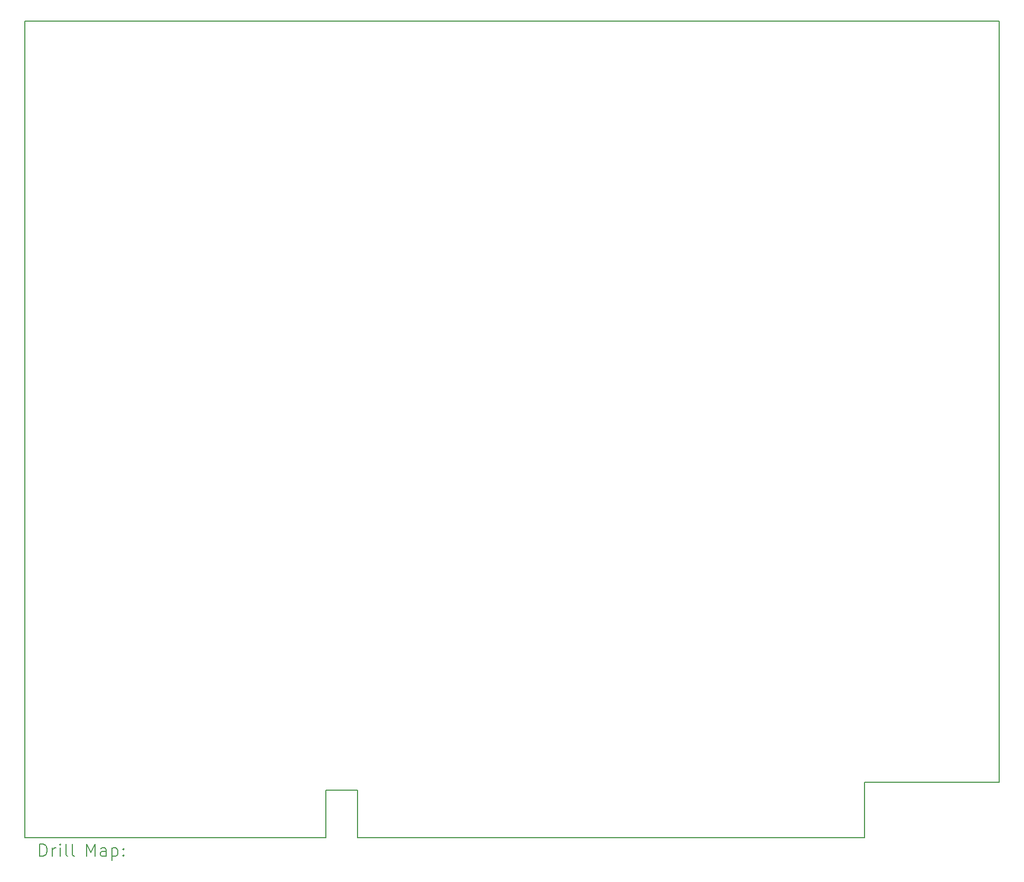
<source format=gbr>
%TF.GenerationSoftware,KiCad,Pcbnew,(7.0.0-0)*%
%TF.CreationDate,2023-03-28T15:20:06+02:00*%
%TF.ProjectId,PC104-ISA-Card,50433130-342d-4495-9341-2d436172642e,rev?*%
%TF.SameCoordinates,Original*%
%TF.FileFunction,Drillmap*%
%TF.FilePolarity,Positive*%
%FSLAX45Y45*%
G04 Gerber Fmt 4.5, Leading zero omitted, Abs format (unit mm)*
G04 Created by KiCad (PCBNEW (7.0.0-0)) date 2023-03-28 15:20:06*
%MOMM*%
%LPD*%
G01*
G04 APERTURE LIST*
%ADD10C,0.150000*%
%ADD11C,0.200000*%
G04 APERTURE END LIST*
D10*
X4342000Y-16139000D02*
X9168000Y-16139000D01*
X9676000Y-16139000D02*
X17804000Y-16139000D01*
X4342000Y-3048000D02*
X4342000Y-16139000D01*
X19963000Y-15250000D02*
X19963000Y-3048000D01*
X19963000Y-3048000D02*
X4342000Y-3048000D01*
X9676000Y-15377000D02*
X9676000Y-16139000D01*
X17804000Y-16139000D02*
X17804000Y-15250000D01*
X17804000Y-15250000D02*
X19963000Y-15250000D01*
X9168000Y-16139000D02*
X9168000Y-15377000D01*
X9168000Y-15377000D02*
X9676000Y-15377000D01*
D11*
X4582119Y-16439976D02*
X4582119Y-16239976D01*
X4582119Y-16239976D02*
X4629738Y-16239976D01*
X4629738Y-16239976D02*
X4658310Y-16249500D01*
X4658310Y-16249500D02*
X4677357Y-16268548D01*
X4677357Y-16268548D02*
X4686881Y-16287595D01*
X4686881Y-16287595D02*
X4696405Y-16325690D01*
X4696405Y-16325690D02*
X4696405Y-16354262D01*
X4696405Y-16354262D02*
X4686881Y-16392357D01*
X4686881Y-16392357D02*
X4677357Y-16411405D01*
X4677357Y-16411405D02*
X4658310Y-16430452D01*
X4658310Y-16430452D02*
X4629738Y-16439976D01*
X4629738Y-16439976D02*
X4582119Y-16439976D01*
X4782119Y-16439976D02*
X4782119Y-16306643D01*
X4782119Y-16344738D02*
X4791643Y-16325690D01*
X4791643Y-16325690D02*
X4801167Y-16316167D01*
X4801167Y-16316167D02*
X4820214Y-16306643D01*
X4820214Y-16306643D02*
X4839262Y-16306643D01*
X4905929Y-16439976D02*
X4905929Y-16306643D01*
X4905929Y-16239976D02*
X4896405Y-16249500D01*
X4896405Y-16249500D02*
X4905929Y-16259024D01*
X4905929Y-16259024D02*
X4915452Y-16249500D01*
X4915452Y-16249500D02*
X4905929Y-16239976D01*
X4905929Y-16239976D02*
X4905929Y-16259024D01*
X5029738Y-16439976D02*
X5010690Y-16430452D01*
X5010690Y-16430452D02*
X5001167Y-16411405D01*
X5001167Y-16411405D02*
X5001167Y-16239976D01*
X5134500Y-16439976D02*
X5115452Y-16430452D01*
X5115452Y-16430452D02*
X5105929Y-16411405D01*
X5105929Y-16411405D02*
X5105929Y-16239976D01*
X5330690Y-16439976D02*
X5330690Y-16239976D01*
X5330690Y-16239976D02*
X5397357Y-16382833D01*
X5397357Y-16382833D02*
X5464024Y-16239976D01*
X5464024Y-16239976D02*
X5464024Y-16439976D01*
X5644976Y-16439976D02*
X5644976Y-16335214D01*
X5644976Y-16335214D02*
X5635452Y-16316167D01*
X5635452Y-16316167D02*
X5616405Y-16306643D01*
X5616405Y-16306643D02*
X5578309Y-16306643D01*
X5578309Y-16306643D02*
X5559262Y-16316167D01*
X5644976Y-16430452D02*
X5625928Y-16439976D01*
X5625928Y-16439976D02*
X5578309Y-16439976D01*
X5578309Y-16439976D02*
X5559262Y-16430452D01*
X5559262Y-16430452D02*
X5549738Y-16411405D01*
X5549738Y-16411405D02*
X5549738Y-16392357D01*
X5549738Y-16392357D02*
X5559262Y-16373309D01*
X5559262Y-16373309D02*
X5578309Y-16363786D01*
X5578309Y-16363786D02*
X5625928Y-16363786D01*
X5625928Y-16363786D02*
X5644976Y-16354262D01*
X5740214Y-16306643D02*
X5740214Y-16506643D01*
X5740214Y-16316167D02*
X5759262Y-16306643D01*
X5759262Y-16306643D02*
X5797357Y-16306643D01*
X5797357Y-16306643D02*
X5816405Y-16316167D01*
X5816405Y-16316167D02*
X5825928Y-16325690D01*
X5825928Y-16325690D02*
X5835452Y-16344738D01*
X5835452Y-16344738D02*
X5835452Y-16401881D01*
X5835452Y-16401881D02*
X5825928Y-16420928D01*
X5825928Y-16420928D02*
X5816405Y-16430452D01*
X5816405Y-16430452D02*
X5797357Y-16439976D01*
X5797357Y-16439976D02*
X5759262Y-16439976D01*
X5759262Y-16439976D02*
X5740214Y-16430452D01*
X5921167Y-16420928D02*
X5930690Y-16430452D01*
X5930690Y-16430452D02*
X5921167Y-16439976D01*
X5921167Y-16439976D02*
X5911643Y-16430452D01*
X5911643Y-16430452D02*
X5921167Y-16420928D01*
X5921167Y-16420928D02*
X5921167Y-16439976D01*
X5921167Y-16316167D02*
X5930690Y-16325690D01*
X5930690Y-16325690D02*
X5921167Y-16335214D01*
X5921167Y-16335214D02*
X5911643Y-16325690D01*
X5911643Y-16325690D02*
X5921167Y-16316167D01*
X5921167Y-16316167D02*
X5921167Y-16335214D01*
M02*

</source>
